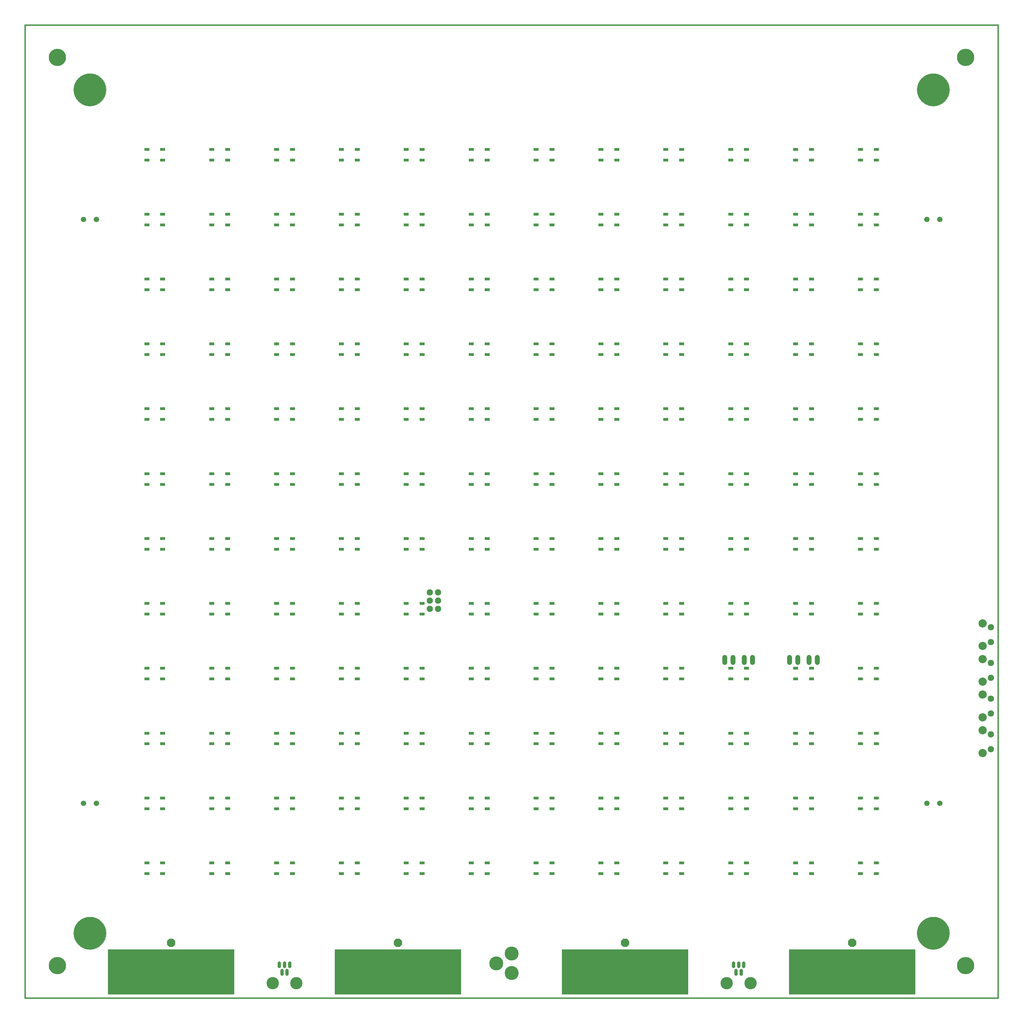
<source format=gbs>
G75*
%MOIN*%
%OFA0B0*%
%FSLAX25Y25*%
%IPPOS*%
%LPD*%
%AMOC8*
5,1,8,0,0,1.08239X$1,22.5*
%
%ADD10C,0.01600*%
%ADD11C,0.00000*%
%ADD12C,0.39370*%
%ADD13C,0.17000*%
%ADD14C,0.15000*%
%ADD15C,0.04134*%
%ADD16C,0.07600*%
%ADD17OC8,0.10000*%
%ADD18C,0.06600*%
%ADD19R,0.05906X0.03543*%
%ADD20R,1.53543X0.55118*%
%ADD21C,0.21000*%
%ADD22C,0.06000*%
%ADD23C,0.10000*%
D10*
X0001800Y0009496D02*
X1182902Y0009496D01*
X1182902Y1190598D01*
X0001800Y1190598D01*
X0001800Y0009496D01*
D11*
X0060855Y0088236D02*
X0060861Y0088719D01*
X0060879Y0089202D01*
X0060908Y0089684D01*
X0060950Y0090165D01*
X0061003Y0090646D01*
X0061068Y0091124D01*
X0061145Y0091601D01*
X0061233Y0092076D01*
X0061333Y0092549D01*
X0061445Y0093019D01*
X0061568Y0093486D01*
X0061703Y0093950D01*
X0061849Y0094411D01*
X0062006Y0094868D01*
X0062174Y0095321D01*
X0062353Y0095769D01*
X0062544Y0096213D01*
X0062745Y0096652D01*
X0062957Y0097087D01*
X0063179Y0097515D01*
X0063412Y0097939D01*
X0063656Y0098356D01*
X0063909Y0098767D01*
X0064173Y0099172D01*
X0064446Y0099571D01*
X0064729Y0099962D01*
X0065021Y0100347D01*
X0065323Y0100724D01*
X0065634Y0101094D01*
X0065954Y0101456D01*
X0066283Y0101810D01*
X0066621Y0102155D01*
X0066966Y0102493D01*
X0067320Y0102822D01*
X0067682Y0103142D01*
X0068052Y0103453D01*
X0068429Y0103755D01*
X0068814Y0104047D01*
X0069205Y0104330D01*
X0069604Y0104603D01*
X0070009Y0104867D01*
X0070420Y0105120D01*
X0070837Y0105364D01*
X0071261Y0105597D01*
X0071689Y0105819D01*
X0072124Y0106031D01*
X0072563Y0106232D01*
X0073007Y0106423D01*
X0073455Y0106602D01*
X0073908Y0106770D01*
X0074365Y0106927D01*
X0074826Y0107073D01*
X0075290Y0107208D01*
X0075757Y0107331D01*
X0076227Y0107443D01*
X0076700Y0107543D01*
X0077175Y0107631D01*
X0077652Y0107708D01*
X0078130Y0107773D01*
X0078611Y0107826D01*
X0079092Y0107868D01*
X0079574Y0107897D01*
X0080057Y0107915D01*
X0080540Y0107921D01*
X0081023Y0107915D01*
X0081506Y0107897D01*
X0081988Y0107868D01*
X0082469Y0107826D01*
X0082950Y0107773D01*
X0083428Y0107708D01*
X0083905Y0107631D01*
X0084380Y0107543D01*
X0084853Y0107443D01*
X0085323Y0107331D01*
X0085790Y0107208D01*
X0086254Y0107073D01*
X0086715Y0106927D01*
X0087172Y0106770D01*
X0087625Y0106602D01*
X0088073Y0106423D01*
X0088517Y0106232D01*
X0088956Y0106031D01*
X0089391Y0105819D01*
X0089819Y0105597D01*
X0090243Y0105364D01*
X0090660Y0105120D01*
X0091071Y0104867D01*
X0091476Y0104603D01*
X0091875Y0104330D01*
X0092266Y0104047D01*
X0092651Y0103755D01*
X0093028Y0103453D01*
X0093398Y0103142D01*
X0093760Y0102822D01*
X0094114Y0102493D01*
X0094459Y0102155D01*
X0094797Y0101810D01*
X0095126Y0101456D01*
X0095446Y0101094D01*
X0095757Y0100724D01*
X0096059Y0100347D01*
X0096351Y0099962D01*
X0096634Y0099571D01*
X0096907Y0099172D01*
X0097171Y0098767D01*
X0097424Y0098356D01*
X0097668Y0097939D01*
X0097901Y0097515D01*
X0098123Y0097087D01*
X0098335Y0096652D01*
X0098536Y0096213D01*
X0098727Y0095769D01*
X0098906Y0095321D01*
X0099074Y0094868D01*
X0099231Y0094411D01*
X0099377Y0093950D01*
X0099512Y0093486D01*
X0099635Y0093019D01*
X0099747Y0092549D01*
X0099847Y0092076D01*
X0099935Y0091601D01*
X0100012Y0091124D01*
X0100077Y0090646D01*
X0100130Y0090165D01*
X0100172Y0089684D01*
X0100201Y0089202D01*
X0100219Y0088719D01*
X0100225Y0088236D01*
X0100219Y0087753D01*
X0100201Y0087270D01*
X0100172Y0086788D01*
X0100130Y0086307D01*
X0100077Y0085826D01*
X0100012Y0085348D01*
X0099935Y0084871D01*
X0099847Y0084396D01*
X0099747Y0083923D01*
X0099635Y0083453D01*
X0099512Y0082986D01*
X0099377Y0082522D01*
X0099231Y0082061D01*
X0099074Y0081604D01*
X0098906Y0081151D01*
X0098727Y0080703D01*
X0098536Y0080259D01*
X0098335Y0079820D01*
X0098123Y0079385D01*
X0097901Y0078957D01*
X0097668Y0078533D01*
X0097424Y0078116D01*
X0097171Y0077705D01*
X0096907Y0077300D01*
X0096634Y0076901D01*
X0096351Y0076510D01*
X0096059Y0076125D01*
X0095757Y0075748D01*
X0095446Y0075378D01*
X0095126Y0075016D01*
X0094797Y0074662D01*
X0094459Y0074317D01*
X0094114Y0073979D01*
X0093760Y0073650D01*
X0093398Y0073330D01*
X0093028Y0073019D01*
X0092651Y0072717D01*
X0092266Y0072425D01*
X0091875Y0072142D01*
X0091476Y0071869D01*
X0091071Y0071605D01*
X0090660Y0071352D01*
X0090243Y0071108D01*
X0089819Y0070875D01*
X0089391Y0070653D01*
X0088956Y0070441D01*
X0088517Y0070240D01*
X0088073Y0070049D01*
X0087625Y0069870D01*
X0087172Y0069702D01*
X0086715Y0069545D01*
X0086254Y0069399D01*
X0085790Y0069264D01*
X0085323Y0069141D01*
X0084853Y0069029D01*
X0084380Y0068929D01*
X0083905Y0068841D01*
X0083428Y0068764D01*
X0082950Y0068699D01*
X0082469Y0068646D01*
X0081988Y0068604D01*
X0081506Y0068575D01*
X0081023Y0068557D01*
X0080540Y0068551D01*
X0080057Y0068557D01*
X0079574Y0068575D01*
X0079092Y0068604D01*
X0078611Y0068646D01*
X0078130Y0068699D01*
X0077652Y0068764D01*
X0077175Y0068841D01*
X0076700Y0068929D01*
X0076227Y0069029D01*
X0075757Y0069141D01*
X0075290Y0069264D01*
X0074826Y0069399D01*
X0074365Y0069545D01*
X0073908Y0069702D01*
X0073455Y0069870D01*
X0073007Y0070049D01*
X0072563Y0070240D01*
X0072124Y0070441D01*
X0071689Y0070653D01*
X0071261Y0070875D01*
X0070837Y0071108D01*
X0070420Y0071352D01*
X0070009Y0071605D01*
X0069604Y0071869D01*
X0069205Y0072142D01*
X0068814Y0072425D01*
X0068429Y0072717D01*
X0068052Y0073019D01*
X0067682Y0073330D01*
X0067320Y0073650D01*
X0066966Y0073979D01*
X0066621Y0074317D01*
X0066283Y0074662D01*
X0065954Y0075016D01*
X0065634Y0075378D01*
X0065323Y0075748D01*
X0065021Y0076125D01*
X0064729Y0076510D01*
X0064446Y0076901D01*
X0064173Y0077300D01*
X0063909Y0077705D01*
X0063656Y0078116D01*
X0063412Y0078533D01*
X0063179Y0078957D01*
X0062957Y0079385D01*
X0062745Y0079820D01*
X0062544Y0080259D01*
X0062353Y0080703D01*
X0062174Y0081151D01*
X0062006Y0081604D01*
X0061849Y0082061D01*
X0061703Y0082522D01*
X0061568Y0082986D01*
X0061445Y0083453D01*
X0061333Y0083923D01*
X0061233Y0084396D01*
X0061145Y0084871D01*
X0061068Y0085348D01*
X0061003Y0085826D01*
X0060950Y0086307D01*
X0060908Y0086788D01*
X0060879Y0087270D01*
X0060861Y0087753D01*
X0060855Y0088236D01*
X0060855Y1111858D02*
X0060861Y1112341D01*
X0060879Y1112824D01*
X0060908Y1113306D01*
X0060950Y1113787D01*
X0061003Y1114268D01*
X0061068Y1114746D01*
X0061145Y1115223D01*
X0061233Y1115698D01*
X0061333Y1116171D01*
X0061445Y1116641D01*
X0061568Y1117108D01*
X0061703Y1117572D01*
X0061849Y1118033D01*
X0062006Y1118490D01*
X0062174Y1118943D01*
X0062353Y1119391D01*
X0062544Y1119835D01*
X0062745Y1120274D01*
X0062957Y1120709D01*
X0063179Y1121137D01*
X0063412Y1121561D01*
X0063656Y1121978D01*
X0063909Y1122389D01*
X0064173Y1122794D01*
X0064446Y1123193D01*
X0064729Y1123584D01*
X0065021Y1123969D01*
X0065323Y1124346D01*
X0065634Y1124716D01*
X0065954Y1125078D01*
X0066283Y1125432D01*
X0066621Y1125777D01*
X0066966Y1126115D01*
X0067320Y1126444D01*
X0067682Y1126764D01*
X0068052Y1127075D01*
X0068429Y1127377D01*
X0068814Y1127669D01*
X0069205Y1127952D01*
X0069604Y1128225D01*
X0070009Y1128489D01*
X0070420Y1128742D01*
X0070837Y1128986D01*
X0071261Y1129219D01*
X0071689Y1129441D01*
X0072124Y1129653D01*
X0072563Y1129854D01*
X0073007Y1130045D01*
X0073455Y1130224D01*
X0073908Y1130392D01*
X0074365Y1130549D01*
X0074826Y1130695D01*
X0075290Y1130830D01*
X0075757Y1130953D01*
X0076227Y1131065D01*
X0076700Y1131165D01*
X0077175Y1131253D01*
X0077652Y1131330D01*
X0078130Y1131395D01*
X0078611Y1131448D01*
X0079092Y1131490D01*
X0079574Y1131519D01*
X0080057Y1131537D01*
X0080540Y1131543D01*
X0081023Y1131537D01*
X0081506Y1131519D01*
X0081988Y1131490D01*
X0082469Y1131448D01*
X0082950Y1131395D01*
X0083428Y1131330D01*
X0083905Y1131253D01*
X0084380Y1131165D01*
X0084853Y1131065D01*
X0085323Y1130953D01*
X0085790Y1130830D01*
X0086254Y1130695D01*
X0086715Y1130549D01*
X0087172Y1130392D01*
X0087625Y1130224D01*
X0088073Y1130045D01*
X0088517Y1129854D01*
X0088956Y1129653D01*
X0089391Y1129441D01*
X0089819Y1129219D01*
X0090243Y1128986D01*
X0090660Y1128742D01*
X0091071Y1128489D01*
X0091476Y1128225D01*
X0091875Y1127952D01*
X0092266Y1127669D01*
X0092651Y1127377D01*
X0093028Y1127075D01*
X0093398Y1126764D01*
X0093760Y1126444D01*
X0094114Y1126115D01*
X0094459Y1125777D01*
X0094797Y1125432D01*
X0095126Y1125078D01*
X0095446Y1124716D01*
X0095757Y1124346D01*
X0096059Y1123969D01*
X0096351Y1123584D01*
X0096634Y1123193D01*
X0096907Y1122794D01*
X0097171Y1122389D01*
X0097424Y1121978D01*
X0097668Y1121561D01*
X0097901Y1121137D01*
X0098123Y1120709D01*
X0098335Y1120274D01*
X0098536Y1119835D01*
X0098727Y1119391D01*
X0098906Y1118943D01*
X0099074Y1118490D01*
X0099231Y1118033D01*
X0099377Y1117572D01*
X0099512Y1117108D01*
X0099635Y1116641D01*
X0099747Y1116171D01*
X0099847Y1115698D01*
X0099935Y1115223D01*
X0100012Y1114746D01*
X0100077Y1114268D01*
X0100130Y1113787D01*
X0100172Y1113306D01*
X0100201Y1112824D01*
X0100219Y1112341D01*
X0100225Y1111858D01*
X0100219Y1111375D01*
X0100201Y1110892D01*
X0100172Y1110410D01*
X0100130Y1109929D01*
X0100077Y1109448D01*
X0100012Y1108970D01*
X0099935Y1108493D01*
X0099847Y1108018D01*
X0099747Y1107545D01*
X0099635Y1107075D01*
X0099512Y1106608D01*
X0099377Y1106144D01*
X0099231Y1105683D01*
X0099074Y1105226D01*
X0098906Y1104773D01*
X0098727Y1104325D01*
X0098536Y1103881D01*
X0098335Y1103442D01*
X0098123Y1103007D01*
X0097901Y1102579D01*
X0097668Y1102155D01*
X0097424Y1101738D01*
X0097171Y1101327D01*
X0096907Y1100922D01*
X0096634Y1100523D01*
X0096351Y1100132D01*
X0096059Y1099747D01*
X0095757Y1099370D01*
X0095446Y1099000D01*
X0095126Y1098638D01*
X0094797Y1098284D01*
X0094459Y1097939D01*
X0094114Y1097601D01*
X0093760Y1097272D01*
X0093398Y1096952D01*
X0093028Y1096641D01*
X0092651Y1096339D01*
X0092266Y1096047D01*
X0091875Y1095764D01*
X0091476Y1095491D01*
X0091071Y1095227D01*
X0090660Y1094974D01*
X0090243Y1094730D01*
X0089819Y1094497D01*
X0089391Y1094275D01*
X0088956Y1094063D01*
X0088517Y1093862D01*
X0088073Y1093671D01*
X0087625Y1093492D01*
X0087172Y1093324D01*
X0086715Y1093167D01*
X0086254Y1093021D01*
X0085790Y1092886D01*
X0085323Y1092763D01*
X0084853Y1092651D01*
X0084380Y1092551D01*
X0083905Y1092463D01*
X0083428Y1092386D01*
X0082950Y1092321D01*
X0082469Y1092268D01*
X0081988Y1092226D01*
X0081506Y1092197D01*
X0081023Y1092179D01*
X0080540Y1092173D01*
X0080057Y1092179D01*
X0079574Y1092197D01*
X0079092Y1092226D01*
X0078611Y1092268D01*
X0078130Y1092321D01*
X0077652Y1092386D01*
X0077175Y1092463D01*
X0076700Y1092551D01*
X0076227Y1092651D01*
X0075757Y1092763D01*
X0075290Y1092886D01*
X0074826Y1093021D01*
X0074365Y1093167D01*
X0073908Y1093324D01*
X0073455Y1093492D01*
X0073007Y1093671D01*
X0072563Y1093862D01*
X0072124Y1094063D01*
X0071689Y1094275D01*
X0071261Y1094497D01*
X0070837Y1094730D01*
X0070420Y1094974D01*
X0070009Y1095227D01*
X0069604Y1095491D01*
X0069205Y1095764D01*
X0068814Y1096047D01*
X0068429Y1096339D01*
X0068052Y1096641D01*
X0067682Y1096952D01*
X0067320Y1097272D01*
X0066966Y1097601D01*
X0066621Y1097939D01*
X0066283Y1098284D01*
X0065954Y1098638D01*
X0065634Y1099000D01*
X0065323Y1099370D01*
X0065021Y1099747D01*
X0064729Y1100132D01*
X0064446Y1100523D01*
X0064173Y1100922D01*
X0063909Y1101327D01*
X0063656Y1101738D01*
X0063412Y1102155D01*
X0063179Y1102579D01*
X0062957Y1103007D01*
X0062745Y1103442D01*
X0062544Y1103881D01*
X0062353Y1104325D01*
X0062174Y1104773D01*
X0062006Y1105226D01*
X0061849Y1105683D01*
X0061703Y1106144D01*
X0061568Y1106608D01*
X0061445Y1107075D01*
X0061333Y1107545D01*
X0061233Y1108018D01*
X0061145Y1108493D01*
X0061068Y1108970D01*
X0061003Y1109448D01*
X0060950Y1109929D01*
X0060908Y1110410D01*
X0060879Y1110892D01*
X0060861Y1111375D01*
X0060855Y1111858D01*
X1084477Y1111858D02*
X1084483Y1112341D01*
X1084501Y1112824D01*
X1084530Y1113306D01*
X1084572Y1113787D01*
X1084625Y1114268D01*
X1084690Y1114746D01*
X1084767Y1115223D01*
X1084855Y1115698D01*
X1084955Y1116171D01*
X1085067Y1116641D01*
X1085190Y1117108D01*
X1085325Y1117572D01*
X1085471Y1118033D01*
X1085628Y1118490D01*
X1085796Y1118943D01*
X1085975Y1119391D01*
X1086166Y1119835D01*
X1086367Y1120274D01*
X1086579Y1120709D01*
X1086801Y1121137D01*
X1087034Y1121561D01*
X1087278Y1121978D01*
X1087531Y1122389D01*
X1087795Y1122794D01*
X1088068Y1123193D01*
X1088351Y1123584D01*
X1088643Y1123969D01*
X1088945Y1124346D01*
X1089256Y1124716D01*
X1089576Y1125078D01*
X1089905Y1125432D01*
X1090243Y1125777D01*
X1090588Y1126115D01*
X1090942Y1126444D01*
X1091304Y1126764D01*
X1091674Y1127075D01*
X1092051Y1127377D01*
X1092436Y1127669D01*
X1092827Y1127952D01*
X1093226Y1128225D01*
X1093631Y1128489D01*
X1094042Y1128742D01*
X1094459Y1128986D01*
X1094883Y1129219D01*
X1095311Y1129441D01*
X1095746Y1129653D01*
X1096185Y1129854D01*
X1096629Y1130045D01*
X1097077Y1130224D01*
X1097530Y1130392D01*
X1097987Y1130549D01*
X1098448Y1130695D01*
X1098912Y1130830D01*
X1099379Y1130953D01*
X1099849Y1131065D01*
X1100322Y1131165D01*
X1100797Y1131253D01*
X1101274Y1131330D01*
X1101752Y1131395D01*
X1102233Y1131448D01*
X1102714Y1131490D01*
X1103196Y1131519D01*
X1103679Y1131537D01*
X1104162Y1131543D01*
X1104645Y1131537D01*
X1105128Y1131519D01*
X1105610Y1131490D01*
X1106091Y1131448D01*
X1106572Y1131395D01*
X1107050Y1131330D01*
X1107527Y1131253D01*
X1108002Y1131165D01*
X1108475Y1131065D01*
X1108945Y1130953D01*
X1109412Y1130830D01*
X1109876Y1130695D01*
X1110337Y1130549D01*
X1110794Y1130392D01*
X1111247Y1130224D01*
X1111695Y1130045D01*
X1112139Y1129854D01*
X1112578Y1129653D01*
X1113013Y1129441D01*
X1113441Y1129219D01*
X1113865Y1128986D01*
X1114282Y1128742D01*
X1114693Y1128489D01*
X1115098Y1128225D01*
X1115497Y1127952D01*
X1115888Y1127669D01*
X1116273Y1127377D01*
X1116650Y1127075D01*
X1117020Y1126764D01*
X1117382Y1126444D01*
X1117736Y1126115D01*
X1118081Y1125777D01*
X1118419Y1125432D01*
X1118748Y1125078D01*
X1119068Y1124716D01*
X1119379Y1124346D01*
X1119681Y1123969D01*
X1119973Y1123584D01*
X1120256Y1123193D01*
X1120529Y1122794D01*
X1120793Y1122389D01*
X1121046Y1121978D01*
X1121290Y1121561D01*
X1121523Y1121137D01*
X1121745Y1120709D01*
X1121957Y1120274D01*
X1122158Y1119835D01*
X1122349Y1119391D01*
X1122528Y1118943D01*
X1122696Y1118490D01*
X1122853Y1118033D01*
X1122999Y1117572D01*
X1123134Y1117108D01*
X1123257Y1116641D01*
X1123369Y1116171D01*
X1123469Y1115698D01*
X1123557Y1115223D01*
X1123634Y1114746D01*
X1123699Y1114268D01*
X1123752Y1113787D01*
X1123794Y1113306D01*
X1123823Y1112824D01*
X1123841Y1112341D01*
X1123847Y1111858D01*
X1123841Y1111375D01*
X1123823Y1110892D01*
X1123794Y1110410D01*
X1123752Y1109929D01*
X1123699Y1109448D01*
X1123634Y1108970D01*
X1123557Y1108493D01*
X1123469Y1108018D01*
X1123369Y1107545D01*
X1123257Y1107075D01*
X1123134Y1106608D01*
X1122999Y1106144D01*
X1122853Y1105683D01*
X1122696Y1105226D01*
X1122528Y1104773D01*
X1122349Y1104325D01*
X1122158Y1103881D01*
X1121957Y1103442D01*
X1121745Y1103007D01*
X1121523Y1102579D01*
X1121290Y1102155D01*
X1121046Y1101738D01*
X1120793Y1101327D01*
X1120529Y1100922D01*
X1120256Y1100523D01*
X1119973Y1100132D01*
X1119681Y1099747D01*
X1119379Y1099370D01*
X1119068Y1099000D01*
X1118748Y1098638D01*
X1118419Y1098284D01*
X1118081Y1097939D01*
X1117736Y1097601D01*
X1117382Y1097272D01*
X1117020Y1096952D01*
X1116650Y1096641D01*
X1116273Y1096339D01*
X1115888Y1096047D01*
X1115497Y1095764D01*
X1115098Y1095491D01*
X1114693Y1095227D01*
X1114282Y1094974D01*
X1113865Y1094730D01*
X1113441Y1094497D01*
X1113013Y1094275D01*
X1112578Y1094063D01*
X1112139Y1093862D01*
X1111695Y1093671D01*
X1111247Y1093492D01*
X1110794Y1093324D01*
X1110337Y1093167D01*
X1109876Y1093021D01*
X1109412Y1092886D01*
X1108945Y1092763D01*
X1108475Y1092651D01*
X1108002Y1092551D01*
X1107527Y1092463D01*
X1107050Y1092386D01*
X1106572Y1092321D01*
X1106091Y1092268D01*
X1105610Y1092226D01*
X1105128Y1092197D01*
X1104645Y1092179D01*
X1104162Y1092173D01*
X1103679Y1092179D01*
X1103196Y1092197D01*
X1102714Y1092226D01*
X1102233Y1092268D01*
X1101752Y1092321D01*
X1101274Y1092386D01*
X1100797Y1092463D01*
X1100322Y1092551D01*
X1099849Y1092651D01*
X1099379Y1092763D01*
X1098912Y1092886D01*
X1098448Y1093021D01*
X1097987Y1093167D01*
X1097530Y1093324D01*
X1097077Y1093492D01*
X1096629Y1093671D01*
X1096185Y1093862D01*
X1095746Y1094063D01*
X1095311Y1094275D01*
X1094883Y1094497D01*
X1094459Y1094730D01*
X1094042Y1094974D01*
X1093631Y1095227D01*
X1093226Y1095491D01*
X1092827Y1095764D01*
X1092436Y1096047D01*
X1092051Y1096339D01*
X1091674Y1096641D01*
X1091304Y1096952D01*
X1090942Y1097272D01*
X1090588Y1097601D01*
X1090243Y1097939D01*
X1089905Y1098284D01*
X1089576Y1098638D01*
X1089256Y1099000D01*
X1088945Y1099370D01*
X1088643Y1099747D01*
X1088351Y1100132D01*
X1088068Y1100523D01*
X1087795Y1100922D01*
X1087531Y1101327D01*
X1087278Y1101738D01*
X1087034Y1102155D01*
X1086801Y1102579D01*
X1086579Y1103007D01*
X1086367Y1103442D01*
X1086166Y1103881D01*
X1085975Y1104325D01*
X1085796Y1104773D01*
X1085628Y1105226D01*
X1085471Y1105683D01*
X1085325Y1106144D01*
X1085190Y1106608D01*
X1085067Y1107075D01*
X1084955Y1107545D01*
X1084855Y1108018D01*
X1084767Y1108493D01*
X1084690Y1108970D01*
X1084625Y1109448D01*
X1084572Y1109929D01*
X1084530Y1110410D01*
X1084501Y1110892D01*
X1084483Y1111375D01*
X1084477Y1111858D01*
X1084477Y0088236D02*
X1084483Y0088719D01*
X1084501Y0089202D01*
X1084530Y0089684D01*
X1084572Y0090165D01*
X1084625Y0090646D01*
X1084690Y0091124D01*
X1084767Y0091601D01*
X1084855Y0092076D01*
X1084955Y0092549D01*
X1085067Y0093019D01*
X1085190Y0093486D01*
X1085325Y0093950D01*
X1085471Y0094411D01*
X1085628Y0094868D01*
X1085796Y0095321D01*
X1085975Y0095769D01*
X1086166Y0096213D01*
X1086367Y0096652D01*
X1086579Y0097087D01*
X1086801Y0097515D01*
X1087034Y0097939D01*
X1087278Y0098356D01*
X1087531Y0098767D01*
X1087795Y0099172D01*
X1088068Y0099571D01*
X1088351Y0099962D01*
X1088643Y0100347D01*
X1088945Y0100724D01*
X1089256Y0101094D01*
X1089576Y0101456D01*
X1089905Y0101810D01*
X1090243Y0102155D01*
X1090588Y0102493D01*
X1090942Y0102822D01*
X1091304Y0103142D01*
X1091674Y0103453D01*
X1092051Y0103755D01*
X1092436Y0104047D01*
X1092827Y0104330D01*
X1093226Y0104603D01*
X1093631Y0104867D01*
X1094042Y0105120D01*
X1094459Y0105364D01*
X1094883Y0105597D01*
X1095311Y0105819D01*
X1095746Y0106031D01*
X1096185Y0106232D01*
X1096629Y0106423D01*
X1097077Y0106602D01*
X1097530Y0106770D01*
X1097987Y0106927D01*
X1098448Y0107073D01*
X1098912Y0107208D01*
X1099379Y0107331D01*
X1099849Y0107443D01*
X1100322Y0107543D01*
X1100797Y0107631D01*
X1101274Y0107708D01*
X1101752Y0107773D01*
X1102233Y0107826D01*
X1102714Y0107868D01*
X1103196Y0107897D01*
X1103679Y0107915D01*
X1104162Y0107921D01*
X1104645Y0107915D01*
X1105128Y0107897D01*
X1105610Y0107868D01*
X1106091Y0107826D01*
X1106572Y0107773D01*
X1107050Y0107708D01*
X1107527Y0107631D01*
X1108002Y0107543D01*
X1108475Y0107443D01*
X1108945Y0107331D01*
X1109412Y0107208D01*
X1109876Y0107073D01*
X1110337Y0106927D01*
X1110794Y0106770D01*
X1111247Y0106602D01*
X1111695Y0106423D01*
X1112139Y0106232D01*
X1112578Y0106031D01*
X1113013Y0105819D01*
X1113441Y0105597D01*
X1113865Y0105364D01*
X1114282Y0105120D01*
X1114693Y0104867D01*
X1115098Y0104603D01*
X1115497Y0104330D01*
X1115888Y0104047D01*
X1116273Y0103755D01*
X1116650Y0103453D01*
X1117020Y0103142D01*
X1117382Y0102822D01*
X1117736Y0102493D01*
X1118081Y0102155D01*
X1118419Y0101810D01*
X1118748Y0101456D01*
X1119068Y0101094D01*
X1119379Y0100724D01*
X1119681Y0100347D01*
X1119973Y0099962D01*
X1120256Y0099571D01*
X1120529Y0099172D01*
X1120793Y0098767D01*
X1121046Y0098356D01*
X1121290Y0097939D01*
X1121523Y0097515D01*
X1121745Y0097087D01*
X1121957Y0096652D01*
X1122158Y0096213D01*
X1122349Y0095769D01*
X1122528Y0095321D01*
X1122696Y0094868D01*
X1122853Y0094411D01*
X1122999Y0093950D01*
X1123134Y0093486D01*
X1123257Y0093019D01*
X1123369Y0092549D01*
X1123469Y0092076D01*
X1123557Y0091601D01*
X1123634Y0091124D01*
X1123699Y0090646D01*
X1123752Y0090165D01*
X1123794Y0089684D01*
X1123823Y0089202D01*
X1123841Y0088719D01*
X1123847Y0088236D01*
X1123841Y0087753D01*
X1123823Y0087270D01*
X1123794Y0086788D01*
X1123752Y0086307D01*
X1123699Y0085826D01*
X1123634Y0085348D01*
X1123557Y0084871D01*
X1123469Y0084396D01*
X1123369Y0083923D01*
X1123257Y0083453D01*
X1123134Y0082986D01*
X1122999Y0082522D01*
X1122853Y0082061D01*
X1122696Y0081604D01*
X1122528Y0081151D01*
X1122349Y0080703D01*
X1122158Y0080259D01*
X1121957Y0079820D01*
X1121745Y0079385D01*
X1121523Y0078957D01*
X1121290Y0078533D01*
X1121046Y0078116D01*
X1120793Y0077705D01*
X1120529Y0077300D01*
X1120256Y0076901D01*
X1119973Y0076510D01*
X1119681Y0076125D01*
X1119379Y0075748D01*
X1119068Y0075378D01*
X1118748Y0075016D01*
X1118419Y0074662D01*
X1118081Y0074317D01*
X1117736Y0073979D01*
X1117382Y0073650D01*
X1117020Y0073330D01*
X1116650Y0073019D01*
X1116273Y0072717D01*
X1115888Y0072425D01*
X1115497Y0072142D01*
X1115098Y0071869D01*
X1114693Y0071605D01*
X1114282Y0071352D01*
X1113865Y0071108D01*
X1113441Y0070875D01*
X1113013Y0070653D01*
X1112578Y0070441D01*
X1112139Y0070240D01*
X1111695Y0070049D01*
X1111247Y0069870D01*
X1110794Y0069702D01*
X1110337Y0069545D01*
X1109876Y0069399D01*
X1109412Y0069264D01*
X1108945Y0069141D01*
X1108475Y0069029D01*
X1108002Y0068929D01*
X1107527Y0068841D01*
X1107050Y0068764D01*
X1106572Y0068699D01*
X1106091Y0068646D01*
X1105610Y0068604D01*
X1105128Y0068575D01*
X1104645Y0068557D01*
X1104162Y0068551D01*
X1103679Y0068557D01*
X1103196Y0068575D01*
X1102714Y0068604D01*
X1102233Y0068646D01*
X1101752Y0068699D01*
X1101274Y0068764D01*
X1100797Y0068841D01*
X1100322Y0068929D01*
X1099849Y0069029D01*
X1099379Y0069141D01*
X1098912Y0069264D01*
X1098448Y0069399D01*
X1097987Y0069545D01*
X1097530Y0069702D01*
X1097077Y0069870D01*
X1096629Y0070049D01*
X1096185Y0070240D01*
X1095746Y0070441D01*
X1095311Y0070653D01*
X1094883Y0070875D01*
X1094459Y0071108D01*
X1094042Y0071352D01*
X1093631Y0071605D01*
X1093226Y0071869D01*
X1092827Y0072142D01*
X1092436Y0072425D01*
X1092051Y0072717D01*
X1091674Y0073019D01*
X1091304Y0073330D01*
X1090942Y0073650D01*
X1090588Y0073979D01*
X1090243Y0074317D01*
X1089905Y0074662D01*
X1089576Y0075016D01*
X1089256Y0075378D01*
X1088945Y0075748D01*
X1088643Y0076125D01*
X1088351Y0076510D01*
X1088068Y0076901D01*
X1087795Y0077300D01*
X1087531Y0077705D01*
X1087278Y0078116D01*
X1087034Y0078533D01*
X1086801Y0078957D01*
X1086579Y0079385D01*
X1086367Y0079820D01*
X1086166Y0080259D01*
X1085975Y0080703D01*
X1085796Y0081151D01*
X1085628Y0081604D01*
X1085471Y0082061D01*
X1085325Y0082522D01*
X1085190Y0082986D01*
X1085067Y0083453D01*
X1084955Y0083923D01*
X1084855Y0084396D01*
X1084767Y0084871D01*
X1084690Y0085348D01*
X1084625Y0085826D01*
X1084572Y0086307D01*
X1084530Y0086788D01*
X1084501Y0087270D01*
X1084483Y0087753D01*
X1084477Y0088236D01*
D12*
X1104162Y0088236D03*
X1104162Y1111858D03*
X0080540Y1111858D03*
X0080540Y0088236D03*
D13*
X0573847Y0051622D03*
X0592351Y0039811D03*
X0592351Y0063433D03*
D14*
X0331131Y0027488D03*
X0302391Y0027488D03*
X0853572Y0027488D03*
X0882312Y0027488D03*
D15*
X0871091Y0038512D02*
X0871091Y0042646D01*
X0867942Y0047764D02*
X0867942Y0051898D01*
X0874241Y0051898D02*
X0874241Y0047764D01*
X0864792Y0042646D02*
X0864792Y0038512D01*
X0861643Y0047764D02*
X0861643Y0051898D01*
X0323060Y0051898D02*
X0323060Y0047764D01*
X0319910Y0042646D02*
X0319910Y0038512D01*
X0313611Y0038512D02*
X0313611Y0042646D01*
X0310461Y0047764D02*
X0310461Y0051898D01*
X0316761Y0051898D02*
X0316761Y0047764D01*
D16*
X0493178Y0481780D03*
X0493178Y0491780D03*
X0493178Y0501780D03*
X0503178Y0501780D03*
X0503178Y0491780D03*
X0503178Y0481780D03*
X1174023Y0459341D03*
X1174023Y0441541D03*
X1174023Y0416034D03*
X1174023Y0398234D03*
X1174023Y0372727D03*
X1174023Y0354927D03*
X1174023Y0329420D03*
X1174023Y0311620D03*
D17*
X1005737Y0076425D03*
X0730146Y0076425D03*
X0454556Y0076425D03*
X0178965Y0076425D03*
D18*
X0088414Y0245717D03*
X0072666Y0245717D03*
X0072666Y0954378D03*
X0088414Y0954378D03*
X1096288Y0954378D03*
X1112036Y0954378D03*
X1112036Y0245717D03*
X1096288Y0245717D03*
D19*
X1035068Y0252213D03*
X1035068Y0239220D03*
X1015776Y0239220D03*
X1015776Y0252213D03*
X0956328Y0252213D03*
X0956328Y0239220D03*
X0937036Y0239220D03*
X0937036Y0252213D03*
X0877587Y0252213D03*
X0877587Y0239220D03*
X0858296Y0239220D03*
X0858296Y0252213D03*
X0798847Y0252213D03*
X0798847Y0239220D03*
X0779556Y0239220D03*
X0779556Y0252213D03*
X0720107Y0252213D03*
X0720107Y0239220D03*
X0700816Y0239220D03*
X0700816Y0252213D03*
X0641367Y0252213D03*
X0641367Y0239220D03*
X0622076Y0239220D03*
X0622076Y0252213D03*
X0562627Y0252213D03*
X0562627Y0239220D03*
X0543335Y0239220D03*
X0543335Y0252213D03*
X0483887Y0252213D03*
X0483887Y0239220D03*
X0464595Y0239220D03*
X0464595Y0252213D03*
X0405146Y0252213D03*
X0405146Y0239220D03*
X0385855Y0239220D03*
X0385855Y0252213D03*
X0326406Y0252213D03*
X0326406Y0239220D03*
X0307115Y0239220D03*
X0307115Y0252213D03*
X0247666Y0252213D03*
X0247666Y0239220D03*
X0228375Y0239220D03*
X0228375Y0252213D03*
X0168926Y0252213D03*
X0168926Y0239220D03*
X0149635Y0239220D03*
X0149635Y0252213D03*
X0149635Y0317961D03*
X0149635Y0330953D03*
X0168926Y0330953D03*
X0168926Y0317961D03*
X0228375Y0317961D03*
X0228375Y0330953D03*
X0247666Y0330953D03*
X0247666Y0317961D03*
X0307115Y0317961D03*
X0307115Y0330953D03*
X0326406Y0330953D03*
X0326406Y0317961D03*
X0385855Y0317961D03*
X0385855Y0330953D03*
X0405146Y0330953D03*
X0405146Y0317961D03*
X0464595Y0317961D03*
X0464595Y0330953D03*
X0483887Y0330953D03*
X0483887Y0317961D03*
X0543335Y0317961D03*
X0543335Y0330953D03*
X0562627Y0330953D03*
X0562627Y0317961D03*
X0622076Y0317961D03*
X0622076Y0330953D03*
X0641367Y0330953D03*
X0641367Y0317961D03*
X0700816Y0317961D03*
X0700816Y0330953D03*
X0720107Y0330953D03*
X0720107Y0317961D03*
X0779556Y0317961D03*
X0779556Y0330953D03*
X0798847Y0330953D03*
X0798847Y0317961D03*
X0858296Y0317961D03*
X0858296Y0330953D03*
X0877587Y0330953D03*
X0877587Y0317961D03*
X0937036Y0317961D03*
X0937036Y0330953D03*
X0956328Y0330953D03*
X0956328Y0317961D03*
X1015776Y0317961D03*
X1015776Y0330953D03*
X1035068Y0330953D03*
X1035068Y0317961D03*
X1035068Y0396701D03*
X1035068Y0409693D03*
X1015776Y0409693D03*
X1015776Y0396701D03*
X0956328Y0396701D03*
X0956328Y0409693D03*
X0937036Y0409693D03*
X0937036Y0396701D03*
X0877587Y0396701D03*
X0877587Y0409693D03*
X0858296Y0409693D03*
X0858296Y0396701D03*
X0798847Y0396701D03*
X0798847Y0409693D03*
X0779556Y0409693D03*
X0779556Y0396701D03*
X0720107Y0396701D03*
X0720107Y0409693D03*
X0700816Y0409693D03*
X0700816Y0396701D03*
X0641367Y0396701D03*
X0641367Y0409693D03*
X0622076Y0409693D03*
X0622076Y0396701D03*
X0562627Y0396701D03*
X0562627Y0409693D03*
X0543335Y0409693D03*
X0543335Y0396701D03*
X0483887Y0396701D03*
X0483887Y0409693D03*
X0464595Y0409693D03*
X0464595Y0396701D03*
X0405146Y0396701D03*
X0405146Y0409693D03*
X0385855Y0409693D03*
X0385855Y0396701D03*
X0326406Y0396701D03*
X0326406Y0409693D03*
X0307115Y0409693D03*
X0307115Y0396701D03*
X0247666Y0396701D03*
X0247666Y0409693D03*
X0228375Y0409693D03*
X0228375Y0396701D03*
X0168926Y0396701D03*
X0168926Y0409693D03*
X0149635Y0409693D03*
X0149635Y0396701D03*
X0149635Y0475441D03*
X0149635Y0488433D03*
X0168926Y0488433D03*
X0168926Y0475441D03*
X0228375Y0475441D03*
X0228375Y0488433D03*
X0247666Y0488433D03*
X0247666Y0475441D03*
X0307115Y0475441D03*
X0307115Y0488433D03*
X0326406Y0488433D03*
X0326406Y0475441D03*
X0385855Y0475441D03*
X0385855Y0488433D03*
X0405146Y0488433D03*
X0405146Y0475441D03*
X0464595Y0475441D03*
X0464595Y0488433D03*
X0483887Y0488433D03*
X0483887Y0475441D03*
X0543335Y0475441D03*
X0543335Y0488433D03*
X0562627Y0488433D03*
X0562627Y0475441D03*
X0622076Y0475441D03*
X0622076Y0488433D03*
X0641367Y0488433D03*
X0641367Y0475441D03*
X0700816Y0475441D03*
X0700816Y0488433D03*
X0720107Y0488433D03*
X0720107Y0475441D03*
X0779556Y0475441D03*
X0779556Y0488433D03*
X0798847Y0488433D03*
X0798847Y0475441D03*
X0858296Y0475441D03*
X0858296Y0488433D03*
X0877587Y0488433D03*
X0877587Y0475441D03*
X0937036Y0475441D03*
X0937036Y0488433D03*
X0956328Y0488433D03*
X0956328Y0475441D03*
X1015776Y0475441D03*
X1015776Y0488433D03*
X1035068Y0488433D03*
X1035068Y0475441D03*
X1035068Y0554181D03*
X1035068Y0567173D03*
X1015776Y0567173D03*
X1015776Y0554181D03*
X0956328Y0554181D03*
X0956328Y0567173D03*
X0937036Y0567173D03*
X0937036Y0554181D03*
X0877587Y0554181D03*
X0877587Y0567173D03*
X0858296Y0567173D03*
X0858296Y0554181D03*
X0798847Y0554181D03*
X0798847Y0567173D03*
X0779556Y0567173D03*
X0779556Y0554181D03*
X0720107Y0554181D03*
X0720107Y0567173D03*
X0700816Y0567173D03*
X0700816Y0554181D03*
X0641367Y0554181D03*
X0641367Y0567173D03*
X0622076Y0567173D03*
X0622076Y0554181D03*
X0562627Y0554181D03*
X0562627Y0567173D03*
X0543335Y0567173D03*
X0543335Y0554181D03*
X0483887Y0554181D03*
X0483887Y0567173D03*
X0464595Y0567173D03*
X0464595Y0554181D03*
X0405146Y0554181D03*
X0405146Y0567173D03*
X0385855Y0567173D03*
X0385855Y0554181D03*
X0326406Y0554181D03*
X0326406Y0567173D03*
X0307115Y0567173D03*
X0307115Y0554181D03*
X0247666Y0554181D03*
X0247666Y0567173D03*
X0228375Y0567173D03*
X0228375Y0554181D03*
X0168926Y0554181D03*
X0168926Y0567173D03*
X0149635Y0567173D03*
X0149635Y0554181D03*
X0149635Y0632921D03*
X0149635Y0645913D03*
X0168926Y0645913D03*
X0168926Y0632921D03*
X0228375Y0632921D03*
X0228375Y0645913D03*
X0247666Y0645913D03*
X0247666Y0632921D03*
X0307115Y0632921D03*
X0307115Y0645913D03*
X0326406Y0645913D03*
X0326406Y0632921D03*
X0385855Y0632921D03*
X0385855Y0645913D03*
X0405146Y0645913D03*
X0405146Y0632921D03*
X0464595Y0632921D03*
X0464595Y0645913D03*
X0483887Y0645913D03*
X0483887Y0632921D03*
X0543335Y0632921D03*
X0543335Y0645913D03*
X0562627Y0645913D03*
X0562627Y0632921D03*
X0622076Y0632921D03*
X0622076Y0645913D03*
X0641367Y0645913D03*
X0641367Y0632921D03*
X0700816Y0632921D03*
X0700816Y0645913D03*
X0720107Y0645913D03*
X0720107Y0632921D03*
X0779556Y0632921D03*
X0779556Y0645913D03*
X0798847Y0645913D03*
X0798847Y0632921D03*
X0858296Y0632921D03*
X0858296Y0645913D03*
X0877587Y0645913D03*
X0877587Y0632921D03*
X0937036Y0632921D03*
X0937036Y0645913D03*
X0956328Y0645913D03*
X0956328Y0632921D03*
X1015776Y0632921D03*
X1015776Y0645913D03*
X1035068Y0645913D03*
X1035068Y0632921D03*
X1035068Y0711661D03*
X1035068Y0724654D03*
X1015776Y0724654D03*
X1015776Y0711661D03*
X0956328Y0711661D03*
X0956328Y0724654D03*
X0937036Y0724654D03*
X0937036Y0711661D03*
X0877587Y0711661D03*
X0877587Y0724654D03*
X0858296Y0724654D03*
X0858296Y0711661D03*
X0798847Y0711661D03*
X0798847Y0724654D03*
X0779556Y0724654D03*
X0779556Y0711661D03*
X0720107Y0711661D03*
X0720107Y0724654D03*
X0700816Y0724654D03*
X0700816Y0711661D03*
X0641367Y0711661D03*
X0641367Y0724654D03*
X0622076Y0724654D03*
X0622076Y0711661D03*
X0562627Y0711661D03*
X0562627Y0724654D03*
X0543335Y0724654D03*
X0543335Y0711661D03*
X0483887Y0711661D03*
X0483887Y0724654D03*
X0464595Y0724654D03*
X0464595Y0711661D03*
X0405146Y0711661D03*
X0405146Y0724654D03*
X0385855Y0724654D03*
X0385855Y0711661D03*
X0326406Y0711661D03*
X0326406Y0724654D03*
X0307115Y0724654D03*
X0307115Y0711661D03*
X0247666Y0711661D03*
X0247666Y0724654D03*
X0228375Y0724654D03*
X0228375Y0711661D03*
X0168926Y0711661D03*
X0168926Y0724654D03*
X0149635Y0724654D03*
X0149635Y0711661D03*
X0149635Y0790402D03*
X0149635Y0803394D03*
X0168926Y0803394D03*
X0168926Y0790402D03*
X0228375Y0790402D03*
X0228375Y0803394D03*
X0247666Y0803394D03*
X0247666Y0790402D03*
X0307115Y0790402D03*
X0307115Y0803394D03*
X0326406Y0803394D03*
X0326406Y0790402D03*
X0385855Y0790402D03*
X0385855Y0803394D03*
X0405146Y0803394D03*
X0405146Y0790402D03*
X0464595Y0790402D03*
X0464595Y0803394D03*
X0483887Y0803394D03*
X0483887Y0790402D03*
X0543335Y0790402D03*
X0543335Y0803394D03*
X0562627Y0803394D03*
X0562627Y0790402D03*
X0622076Y0790402D03*
X0622076Y0803394D03*
X0641367Y0803394D03*
X0641367Y0790402D03*
X0700816Y0790402D03*
X0700816Y0803394D03*
X0720107Y0803394D03*
X0720107Y0790402D03*
X0779556Y0790402D03*
X0779556Y0803394D03*
X0798847Y0803394D03*
X0798847Y0790402D03*
X0858296Y0790402D03*
X0858296Y0803394D03*
X0877587Y0803394D03*
X0877587Y0790402D03*
X0937036Y0790402D03*
X0937036Y0803394D03*
X0956328Y0803394D03*
X0956328Y0790402D03*
X1015776Y0790402D03*
X1015776Y0803394D03*
X1035068Y0803394D03*
X1035068Y0790402D03*
X1035068Y0869142D03*
X1035068Y0882134D03*
X1015776Y0882134D03*
X1015776Y0869142D03*
X0956328Y0869142D03*
X0956328Y0882134D03*
X0937036Y0882134D03*
X0937036Y0869142D03*
X0877587Y0869142D03*
X0877587Y0882134D03*
X0858296Y0882134D03*
X0858296Y0869142D03*
X0798847Y0869142D03*
X0798847Y0882134D03*
X0779556Y0882134D03*
X0779556Y0869142D03*
X0720107Y0869142D03*
X0720107Y0882134D03*
X0700816Y0882134D03*
X0700816Y0869142D03*
X0641367Y0869142D03*
X0641367Y0882134D03*
X0622076Y0882134D03*
X0622076Y0869142D03*
X0562627Y0869142D03*
X0562627Y0882134D03*
X0543335Y0882134D03*
X0543335Y0869142D03*
X0483887Y0869142D03*
X0483887Y0882134D03*
X0464595Y0882134D03*
X0464595Y0869142D03*
X0405146Y0869142D03*
X0405146Y0882134D03*
X0385855Y0882134D03*
X0385855Y0869142D03*
X0326406Y0869142D03*
X0326406Y0882134D03*
X0307115Y0882134D03*
X0307115Y0869142D03*
X0247666Y0869142D03*
X0247666Y0882134D03*
X0228375Y0882134D03*
X0228375Y0869142D03*
X0168926Y0869142D03*
X0168926Y0882134D03*
X0149635Y0882134D03*
X0149635Y0869142D03*
X0149635Y0947882D03*
X0149635Y0960874D03*
X0168926Y0960874D03*
X0168926Y0947882D03*
X0228375Y0947882D03*
X0228375Y0960874D03*
X0247666Y0960874D03*
X0247666Y0947882D03*
X0307115Y0947882D03*
X0307115Y0960874D03*
X0326406Y0960874D03*
X0326406Y0947882D03*
X0385855Y0947882D03*
X0385855Y0960874D03*
X0405146Y0960874D03*
X0405146Y0947882D03*
X0464595Y0947882D03*
X0464595Y0960874D03*
X0483887Y0960874D03*
X0483887Y0947882D03*
X0543335Y0947882D03*
X0543335Y0960874D03*
X0562627Y0960874D03*
X0562627Y0947882D03*
X0622076Y0947882D03*
X0622076Y0960874D03*
X0641367Y0960874D03*
X0641367Y0947882D03*
X0700816Y0947882D03*
X0700816Y0960874D03*
X0720107Y0960874D03*
X0720107Y0947882D03*
X0779556Y0947882D03*
X0779556Y0960874D03*
X0798847Y0960874D03*
X0798847Y0947882D03*
X0858296Y0947882D03*
X0858296Y0960874D03*
X0877587Y0960874D03*
X0877587Y0947882D03*
X0937036Y0947882D03*
X0937036Y0960874D03*
X0956328Y0960874D03*
X0956328Y0947882D03*
X1015776Y0947882D03*
X1015776Y0960874D03*
X1035068Y0960874D03*
X1035068Y0947882D03*
X1035068Y1026622D03*
X1035068Y1039614D03*
X1015776Y1039614D03*
X1015776Y1026622D03*
X0956328Y1026622D03*
X0956328Y1039614D03*
X0937036Y1039614D03*
X0937036Y1026622D03*
X0877587Y1026622D03*
X0877587Y1039614D03*
X0858296Y1039614D03*
X0858296Y1026622D03*
X0798847Y1026622D03*
X0798847Y1039614D03*
X0779556Y1039614D03*
X0779556Y1026622D03*
X0720107Y1026622D03*
X0720107Y1039614D03*
X0700816Y1039614D03*
X0700816Y1026622D03*
X0641367Y1026622D03*
X0641367Y1039614D03*
X0622076Y1039614D03*
X0622076Y1026622D03*
X0562627Y1026622D03*
X0562627Y1039614D03*
X0543335Y1039614D03*
X0543335Y1026622D03*
X0483887Y1026622D03*
X0483887Y1039614D03*
X0464595Y1039614D03*
X0464595Y1026622D03*
X0405146Y1026622D03*
X0405146Y1039614D03*
X0385855Y1039614D03*
X0385855Y1026622D03*
X0326406Y1026622D03*
X0326406Y1039614D03*
X0307115Y1039614D03*
X0307115Y1026622D03*
X0247666Y1026622D03*
X0247666Y1039614D03*
X0228375Y1039614D03*
X0228375Y1026622D03*
X0168926Y1026622D03*
X0168926Y1039614D03*
X0149635Y1039614D03*
X0149635Y1026622D03*
X0149635Y0173472D03*
X0149635Y0160480D03*
X0168926Y0160480D03*
X0168926Y0173472D03*
X0228375Y0173472D03*
X0228375Y0160480D03*
X0247666Y0160480D03*
X0247666Y0173472D03*
X0307115Y0173472D03*
X0307115Y0160480D03*
X0326406Y0160480D03*
X0326406Y0173472D03*
X0385855Y0173472D03*
X0385855Y0160480D03*
X0405146Y0160480D03*
X0405146Y0173472D03*
X0464595Y0173472D03*
X0464595Y0160480D03*
X0483887Y0160480D03*
X0483887Y0173472D03*
X0543335Y0173472D03*
X0543335Y0160480D03*
X0562627Y0160480D03*
X0562627Y0173472D03*
X0622076Y0173472D03*
X0622076Y0160480D03*
X0641367Y0160480D03*
X0641367Y0173472D03*
X0700816Y0173472D03*
X0700816Y0160480D03*
X0720107Y0160480D03*
X0720107Y0173472D03*
X0779556Y0173472D03*
X0779556Y0160480D03*
X0798847Y0160480D03*
X0798847Y0173472D03*
X0858296Y0173472D03*
X0858296Y0160480D03*
X0877587Y0160480D03*
X0877587Y0173472D03*
X0937036Y0173472D03*
X0937036Y0160480D03*
X0956328Y0160480D03*
X0956328Y0173472D03*
X1015776Y0173472D03*
X1015776Y0160480D03*
X1035068Y0160480D03*
X1035068Y0173472D03*
D20*
X1005737Y0040992D03*
X0730146Y0040992D03*
X0454556Y0040992D03*
X0178965Y0040992D03*
D21*
X0041170Y0048866D03*
X0041170Y1151228D03*
X1143532Y1151228D03*
X1143532Y0048866D03*
D22*
X0963493Y0416693D02*
X0963493Y0422693D01*
X0953493Y0422693D02*
X0953493Y0416693D01*
X0939871Y0416693D02*
X0939871Y0422693D01*
X0929871Y0422693D02*
X0929871Y0416693D01*
X0884753Y0416693D02*
X0884753Y0422693D01*
X0874753Y0422693D02*
X0874753Y0416693D01*
X0861131Y0416693D02*
X0861131Y0422693D01*
X0851131Y0422693D02*
X0851131Y0416693D01*
D23*
X1164223Y0420934D03*
X1164223Y0436641D03*
X1164223Y0464241D03*
X1164223Y0393334D03*
X1164223Y0377627D03*
X1164223Y0350027D03*
X1164223Y0334320D03*
X1164223Y0306720D03*
M02*

</source>
